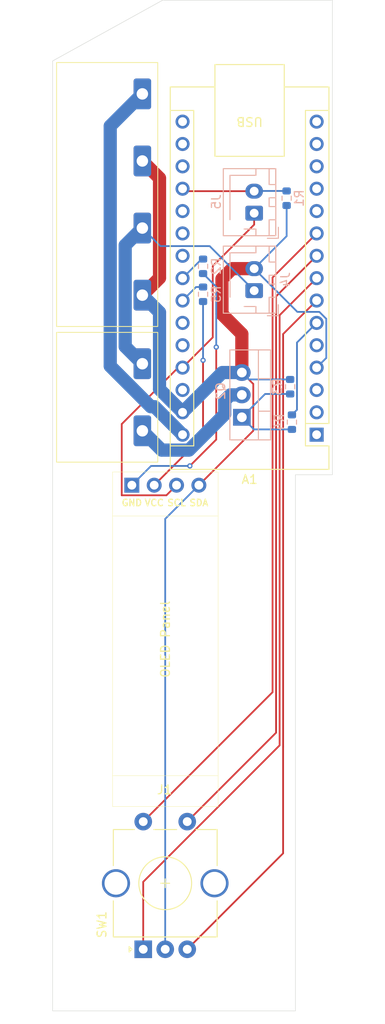
<source format=kicad_pcb>
(kicad_pcb (version 20241229) (generator "pcbnew") (generator_version "9.0")
  (layers (0 "F.Cu" signal) (2 "B.Cu" signal) (13 "F.Paste" user) (15 "B.Paste" user) (5 "F.SilkS" user "F.Silkscreen") (7 "B.SilkS" user "B.Silkscreen") (1 "F.Mask" user) (3 "B.Mask" user) (25 "Edge.Cuts" user))
  (net 0 "")
  (net 3 "GND")
  (net 5 "/Thermistor")
  (net 6 "/EC11SWA")
  (net 7 "/EC11B")
  (net 8 "/EC11SWB")
  (net 14 "+12V")
  (net 16 "/SCL")
  (net 17 "/EC11A")
  (net 19 "/Heater")
  (net 22 "/SDA")
  (net 25 "+5V")
  (net 29 "/Heater GND")
  (net 30 "Net-(Q2-G)")
  (net 31 "+24V")
  (net 32 "Net-(A1-A4)")
  (net 33 "Net-(A1-A5)")
  (footprint "KICADCustom:SSD1306-0.91-OLED-4pin-128x32" (layer "F.Cu") (at 129.215 122.685 90)
    (property "Reference" "J1" (at 1.9 5.91 0) (layer "F.SilkS"))
    (property "Value" "0.91in OLED Display")
    (fp_line (start 38 0) (end 0 0) (stroke (width 0.04)) (layer "F.SilkS"))
    (fp_line (start 33 0) (end 33 12) (stroke (width 0.04)) (layer "F.SilkS"))
    (fp_line (start 3.5 0) (end 3.5 12) (stroke (width 0.04)) (layer "F.SilkS"))
    (fp_line (start 0 0) (end 0 12) (stroke (width 0.04)) (layer "F.SilkS"))
    (fp_line (start 38 12) (end 38 0) (stroke (width 0.04)) (layer "F.SilkS"))
    (fp_line (start 0 12) (end 38 12) (stroke (width 0.04)) (layer "F.SilkS"))
    (fp_text user "VCC" (at 34.5 4.73 0) (layer "F.SilkS") (effects (font (size 0.75 0.75))))
    (fp_text user "GND" (at 34.5 2.19 0) (layer "F.SilkS") (effects (font (size 0.75 0.75))))
    (fp_text user "OLED Panel" (at 19 6 90) (layer "F.SilkS"))
    (fp_text user "SDA" (at 34.5 9.81 0) (layer "F.SilkS") (effects (font (size 0.75 0.75))))
    (fp_text user "SCL" (at 34.5 7.27 0) (layer "F.SilkS") (effects (font (size 0.75 0.75))))
    (pad "1" thru_hole rect (at 36.5 2.19 90) (size 1.7 1.7) (drill 1) (layers "*.Cu" "*.Mask") (net 22 "/SDA"))
    (pad "2" thru_hole oval (at 36.5 4.73 90) (size 1.7 1.7) (drill 1) (layers "*.Cu" "*.Mask") (net 16 "/SCL"))
    (pad "3" thru_hole oval (at 36.5 7.27 90) (size 1.7 1.7) (drill 1) (layers "*.Cu" "*.Mask") (net 25 "+5V"))
    (pad "4" thru_hole oval (at 36.5 9.81 90) (size 1.7 1.7) (drill 1) (layers "*.Cu" "*.Mask") (net 3 "GND"))
  )
  (footprint "MountingHole:MountingHole_3.2mm_M3" (layer "F.Cu") (at 146.5 142.4)
    (property "Reference" "REF**" (hide yes))
    (property "Value" "MountingHole_3.2mm_M3")
    (pad "" np_thru_hole circle (at 0 0) (size 3.2 3.2) (drill 3.2) (layers "*.Cu" "*.Mask"))
  )
  (footprint "Rotary_Encoder:RotaryEncoder_Alps_EC11E-Switch_Vertical_H20mm_CircularMountingHoles" (layer "F.Cu") (at 132.7 138.9 90)
    (property "Reference" "SW1" (at 2.8 -4.7 90) (layer "F.SilkS"))
    (property "Value" "EC11 RotaryEncoder_Switch")
    (fp_line (start 13.6 -3.4) (end 13.6 -1) (stroke (width 0.12)) (layer "F.SilkS"))
    (fp_line (start 9.5 -3.4) (end 13.6 -3.4) (stroke (width 0.12)) (layer "F.SilkS"))
    (fp_line (start 5.5 -3.4) (end 1.4 -3.4) (stroke (width 0.12)) (layer "F.SilkS"))
    (fp_line (start 1.4 -3.4) (end 1.4 8.4) (stroke (width 0.12)) (layer "F.SilkS"))
    (fp_line (start 0.3 -1.6) (end 0 -1.3) (stroke (width 0.12)) (layer "F.SilkS"))
    (fp_line (start -0.3 -1.6) (end 0.3 -1.6) (stroke (width 0.12)) (layer "F.SilkS"))
    (fp_line (start 0 -1.3) (end -0.3 -1.6) (stroke (width 0.12)) (layer "F.SilkS"))
    (fp_line (start 13.6 1.2) (end 13.6 3.8) (stroke (width 0.12)) (layer "F.SilkS"))
    (fp_line (start 7.5 2) (end 7.5 3) (stroke (width 0.12)) (layer "F.SilkS"))
    (fp_line (start 7 2.5) (end 8 2.5) (stroke (width 0.12)) (layer "F.SilkS"))
    (fp_line (start 13.6 6) (end 13.6 8.4) (stroke (width 0.12)) (layer "F.SilkS"))
    (fp_line (start 13.6 8.4) (end 9.5 8.4) (stroke (width 0.12)) (layer "F.SilkS"))
    (fp_line (start 5.5 8.4) (end 1.4 8.4) (stroke (width 0.12)) (layer "F.SilkS"))
    (fp_circle (center 7.5 2.5) (end 10.5 2.5) (stroke (width 0.12)) (fill no) (layer "F.SilkS"))
    (pad "A" thru_hole rect (at 0 0 90) (size 2 2) (drill 1) (layers "*.Cu" "*.Mask") (net 17 "/EC11A"))
    (pad "B" thru_hole circle (at 0 5 90) (size 2 2) (drill 1) (layers "*.Cu" "*.Mask") (net 7 "/EC11B"))
    (pad "C" thru_hole circle (at 0 2.5 90) (size 2 2) (drill 1) (layers "*.Cu" "*.Mask") (net 3 "GND"))
    (pad "MP" thru_hole circle (at 7.5 -3.1 90) (size 3.2 3.2) (drill 2.6) (layers "*.Cu" "*.Mask"))
    (pad "MP" thru_hole circle (at 7.5 8.1 90) (size 3.2 3.2) (drill 2.6) (layers "*.Cu" "*.Mask"))
    (pad "S1" thru_hole circle (at 14.5 5 90) (size 2 2) (drill 1) (layers "*.Cu" "*.Mask") (net 6 "/EC11SWA"))
    (pad "S2" thru_hole circle (at 14.5 0 90) (size 2 2) (drill 1) (layers "*.Cu" "*.Mask") (net 8 "/EC11SWB"))
  )
  (footprint "MountingHole:MountingHole_3.2mm_M3" (layer "F.Cu") (at 136.3 34.6)
    (property "Reference" "REF**" (hide yes))
    (property "Value" "MountingHole_3.2mm_M3")
    (pad "" np_thru_hole circle (at 0 0) (size 3.2 3.2) (drill 3.2) (layers "*.Cu" "*.Mask"))
  )
  (footprint "KICADCustom:Screw Terminal 2 Pin 7.62mmP" (layer "F.Cu") (at 132.6 72.39 -90)
    (property "Reference" "J6" (hide yes))
    (property "Value" "Screw_Terminal_01x02")
    (fp_rect (start -3.56 -1.75) (end 11.18 9.75) (stroke (width 0.1)) (fill no) (layer "F.SilkS"))
    (pad "1" thru_hole roundrect (at 0 0 270) (size 3.5 2) (drill 1.3) (layers "*.Cu" "*.Mask") (roundrect_rratio 0.15) (net 31 "+24V"))
    (pad "2" thru_hole roundrect (at 7.62 0 270) (size 3.5 2) (drill 1.3) (layers "*.Cu" "*.Mask") (roundrect_rratio 0.15) (net 29 "/Heater GND"))
  )
  (footprint "MountingHole:MountingHole_3.2mm_M3" (layer "F.Cu") (at 150.7 34.6)
    (property "Reference" "REF**" (hide yes))
    (property "Value" "MountingHole_3.2mm_M3")
    (pad "" np_thru_hole circle (at 0 0) (size 3.2 3.2) (drill 3.2) (layers "*.Cu" "*.Mask"))
  )
  (footprint "MountingHole:MountingHole_3.2mm_M3" (layer "F.Cu") (at 125.9 142.4)
    (property "Reference" "REF**" (hide yes))
    (property "Value" "MountingHole_3.2mm_M3")
    (pad "" np_thru_hole circle (at 0 0) (size 3.2 3.2) (drill 3.2) (layers "*.Cu" "*.Mask"))
  )
  (footprint "KICADCustom:Screw Terminal 4 Pin 7.62mmP" (layer "F.Cu") (at 132.6 41.74 -90)
    (property "Reference" "J2" (hide yes))
    (property "Value" "Screw_Terminal_01x04 IN")
    (fp_rect (start -3.56 -1.75) (end 26.42 9.75) (stroke (width 0.1)) (fill no) (layer "F.SilkS"))
    (pad "1" thru_hole roundrect (at 0 0 270) (size 3.5 2) (drill 1.3) (layers "*.Cu" "*.Mask") (roundrect_rratio 0.15) (net 14 "+12V"))
    (pad "2" thru_hole roundrect (at 7.62 0 270) (size 3.5 2) (drill 1.3) (layers "*.Cu" "*.Mask") (roundrect_rratio 0.15) (net 3 "GND"))
    (pad "3" thru_hole roundrect (at 15.24 0 270) (size 3.5 2) (drill 1.3) (layers "*.Cu" "*.Mask") (roundrect_rratio 0.15) (net 31 "+24V"))
    (pad "4" thru_hole roundrect (at 22.86 0 270) (size 3.5 2) (drill 1.3) (layers "*.Cu" "*.Mask") (roundrect_rratio 0.15) (net 3 "GND"))
  )
  (footprint "Module:Arduino_Nano" (layer "F.Cu") (at 152.41 80.45 180)
    (property "Reference" "A1" (at 7.62 -5.08 0) (layer "F.SilkS"))
    (property "Value" "Arduino_Nano_v3.x")
    (fp_line (start 16.64 39.5) (end 16.64 -3.94) (stroke (width 0.12)) (layer "F.SilkS"))
    (fp_line (start 16.64 39.5) (end 11.56 39.5) (stroke (width 0.12)) (layer "F.SilkS"))
    (fp_line (start 16.64 -3.94) (end -1.4 -3.94) (stroke (width 0.12)) (layer "F.SilkS"))
    (fp_line (start 13.97 36.83) (end 16.64 36.83) (stroke (width 0.12)) (layer "F.SilkS"))
    (fp_line (start 13.97 -1.27) (end 16.64 -1.27) (stroke (width 0.12)) (layer "F.SilkS"))
    (fp_line (start 13.97 -1.27) (end 13.97 36.83) (stroke (width 0.12)) (layer "F.SilkS"))
    (fp_line (start 11.56 42.04) (end 3.68 42.04) (stroke (width 0.12)) (layer "F.SilkS"))
    (fp_line (start 11.56 31.62) (end 11.56 42.04) (stroke (width 0.12)) (layer "F.SilkS"))
    (fp_line (start 3.68 42.04) (end 3.68 31.62) (stroke (width 0.12)) (layer "F.SilkS"))
    (fp_line (start 3.68 31.62) (end 11.56 31.62) (stroke (width 0.12)) (layer "F.SilkS"))
    (fp_line (start 1.27 36.83) (end -1.4 36.83) (stroke (width 0.12)) (layer "F.SilkS"))
    (fp_line (start 1.27 1.27) (end 1.27 36.83) (stroke (width 0.12)) (layer "F.SilkS"))
    (fp_line (start 1.27 1.27) (end 1.27 -1.27) (stroke (width 0.12)) (layer "F.SilkS"))
    (fp_line (start 1.27 1.27) (end -1.4 1.27) (stroke (width 0.12)) (layer "F.SilkS"))
    (fp_line (start 1.27 -1.27) (end -1.4 -1.27) (stroke (width 0.12)) (layer "F.SilkS"))
    (fp_line (start -1.4 39.5) (end 3.68 39.5) (stroke (width 0.12)) (layer "F.SilkS"))
    (fp_line (start -1.4 1.27) (end -1.4 39.5) (stroke (width 0.12)) (layer "F.SilkS"))
    (fp_line (start -1.4 -3.94) (end -1.4 -1.27) (stroke (width 0.12)) (layer "F.SilkS"))
    (fp_text user "USB" (at 7.62 35.56 180) (layer "F.SilkS"))
    (pad "1" thru_hole rect (at 0 0 180) (size 1.6 1.6) (drill 1) (layers "*.Cu" "*.Mask"))
    (pad "2" thru_hole oval (at 0 2.54 180) (size 1.6 1.6) (drill 1) (layers "*.Cu" "*.Mask"))
    (pad "3" thru_hole oval (at 0 5.08 180) (size 1.6 1.6) (drill 1) (layers "*.Cu" "*.Mask"))
    (pad "4" thru_hole oval (at 0 7.62 180) (size 1.6 1.6) (drill 1) (layers "*.Cu" "*.Mask") (net 3 "GND"))
    (pad "5" thru_hole oval (at 0 10.16 180) (size 1.6 1.6) (drill 1) (layers "*.Cu" "*.Mask"))
    (pad "6" thru_hole oval (at 0 12.7 180) (size 1.6 1.6) (drill 1) (layers "*.Cu" "*.Mask") (net 19 "/Heater"))
    (pad "7" thru_hole oval (at 0 15.24 180) (size 1.6 1.6) (drill 1) (layers "*.Cu" "*.Mask") (net 7 "/EC11B"))
    (pad "8" thru_hole oval (at 0 17.78 180) (size 1.6 1.6) (drill 1) (layers "*.Cu" "*.Mask") (net 17 "/EC11A"))
    (pad "9" thru_hole oval (at 0 20.32 180) (size 1.6 1.6) (drill 1) (layers "*.Cu" "*.Mask") (net 6 "/EC11SWA"))
    (pad "10" thru_hole oval (at 0 22.86 180) (size 1.6 1.6) (drill 1) (layers "*.Cu" "*.Mask") (net 8 "/EC11SWB"))
    (pad "11" thru_hole oval (at 0 25.4 180) (size 1.6 1.6) (drill 1) (layers "*.Cu" "*.Mask"))
    (pad "12" thru_hole oval (at 0 27.94 180) (size 1.6 1.6) (drill 1) (layers "*.Cu" "*.Mask"))
    (pad "13" thru_hole oval (at 0 30.48 180) (size 1.6 1.6) (drill 1) (layers "*.Cu" "*.Mask"))
    (pad "14" thru_hole oval (at 0 33.02 180) (size 1.6 1.6) (drill 1) (layers "*.Cu" "*.Mask"))
    (pad "15" thru_hole oval (at 0 35.56 180) (size 1.6 1.6) (drill 1) (layers "*.Cu" "*.Mask"))
    (pad "16" thru_hole oval (at 15.24 35.56 180) (size 1.6 1.6) (drill 1) (layers "*.Cu" "*.Mask"))
    (pad "17" thru_hole oval (at 15.24 33.02 180) (size 1.6 1.6) (drill 1) (layers "*.Cu" "*.Mask"))
    (pad "18" thru_hole oval (at 15.24 30.48 180) (size 1.6 1.6) (drill 1) (layers "*.Cu" "*.Mask"))
    (pad "19" thru_hole oval (at 15.24 27.94 180) (size 1.6 1.6) (drill 1) (layers "*.Cu" "*.Mask") (net 5 "/Thermistor"))
    (pad "20" thru_hole oval (at 15.24 25.4 180) (size 1.6 1.6) (drill 1) (layers "*.Cu" "*.Mask"))
    (pad "21" thru_hole oval (at 15.24 22.86 180) (size 1.6 1.6) (drill 1) (layers "*.Cu" "*.Mask"))
    (pad "22" thru_hole oval (at 15.24 20.32 180) (size 1.6 1.6) (drill 1) (layers "*.Cu" "*.Mask"))
    (pad "23" thru_hole oval (at 15.24 17.78 180) (size 1.6 1.6) (drill 1) (layers "*.Cu" "*.Mask") (net 32 "Net-(A1-A4)"))
    (pad "24" thru_hole oval (at 15.24 15.24 180) (size 1.6 1.6) (drill 1) (layers "*.Cu" "*.Mask") (net 33 "Net-(A1-A5)"))
    (pad "25" thru_hole oval (at 15.24 12.7 180) (size 1.6 1.6) (drill 1) (layers "*.Cu" "*.Mask"))
    (pad "26" thru_hole oval (at 15.24 10.16 180) (size 1.6 1.6) (drill 1) (layers "*.Cu" "*.Mask"))
    (pad "27" thru_hole oval (at 15.24 7.62 180) (size 1.6 1.6) (drill 1) (layers "*.Cu" "*.Mask") (net 25 "+5V"))
    (pad "28" thru_hole oval (at 15.24 5.08 180) (size 1.6 1.6) (drill 1) (layers "*.Cu" "*.Mask"))
    (pad "29" thru_hole oval (at 15.24 2.54 180) (size 1.6 1.6) (drill 1) (layers "*.Cu" "*.Mask") (net 3 "GND"))
    (pad "30" thru_hole oval (at 15.24 0 180) (size 1.6 1.6) (drill 1) (layers "*.Cu" "*.Mask") (net 14 "+12V"))
  )
  (footprint "Resistor_SMD:R_0603_1608Metric" (layer "B.Cu") (at 149.6 79.025 -90)
    (property "Reference" "R4" (at 0 1.43 90) (layer "B.SilkS") (effects (justify mirror)))
    (property "Value" "R220")
    (fp_line (start -0.237258 0.5225) (end 0.237258 0.5225) (stroke (width 0.12)) (layer "B.SilkS"))
    (fp_line (start -0.237258 -0.5225) (end 0.237258 -0.5225) (stroke (width 0.12)) (layer "B.SilkS"))
    (pad "1" smd roundrect (at -0.825 0 270) (size 0.8 0.95) (layers "B.Cu" "B.Mask" "B.Paste") (net 19 "/Heater"))
    (pad "2" smd roundrect (at 0.825 0 270) (size 0.8 0.95) (layers "B.Cu" "B.Mask" "B.Paste") (net 30 "Net-(Q2-G)"))
  )
  (footprint "Resistor_SMD:R_0603_1608Metric" (layer "B.Cu") (at 139.5 61.325 -90)
    (property "Reference" "R2" (at 0 -1.5 270) (layer "B.SilkS") (effects (justify mirror)))
    (property "Value" "4.7K")
    (fp_line (start -0.237258 0.5225) (end 0.237258 0.5225) (stroke (width 0.12)) (layer "B.SilkS"))
    (fp_line (start -0.237258 -0.5225) (end 0.237258 -0.5225) (stroke (width 0.12)) (layer "B.SilkS"))
    (pad "1" smd roundrect (at -0.825 0 270) (size 0.8 0.95) (layers "B.Cu" "B.Mask" "B.Paste") (net 32 "Net-(A1-A4)"))
    (pad "2" smd roundrect (at 0.825 0 270) (size 0.8 0.95) (layers "B.Cu" "B.Mask" "B.Paste") (net 22 "/SDA"))
  )
  (footprint "Package_TO_SOT_THT:TO-220-3_Vertical" (layer "B.Cu") (at 143.91 78.47 90)
    (property "Reference" "Q2" (at 2.97 -2.41 90) (layer "B.SilkS") (effects (justify mirror)))
    (property "Value" "IRLZ34N")
    (fp_line (start -2.57 -1.36) (end 7.65 -1.36) (stroke (width 0.12)) (layer "B.SilkS"))
    (fp_line (start -2.57 1.88) (end 7.65 1.88) (stroke (width 0.12)) (layer "B.SilkS"))
    (fp_line (start 7.65 3.26) (end 7.65 -1.36) (stroke (width 0.12)) (layer "B.SilkS"))
    (fp_line (start 4.39 3.26) (end 4.39 1.88) (stroke (width 0.12)) (layer "B.SilkS"))
    (fp_line (start 0.69 3.26) (end 0.69 1.88) (stroke (width 0.12)) (layer "B.SilkS"))
    (fp_line (start -2.57 3.26) (end -2.57 -1.36) (stroke (width 0.12)) (layer "B.SilkS"))
    (fp_line (start -2.57 3.26) (end 7.65 3.26) (stroke (width 0.12)) (layer "B.SilkS"))
    (pad "1" thru_hole rect (at 0 0 90) (size 1.905 2) (drill 1.1) (layers "*.Cu" "*.Mask") (net 30 "Net-(Q2-G)"))
    (pad "2" thru_hole oval (at 2.54 0 90) (size 1.905 2) (drill 1.1) (layers "*.Cu" "*.Mask") (net 29 "/Heater GND"))
    (pad "3" thru_hole oval (at 5.08 0 90) (size 1.905 2) (drill 1.1) (layers "*.Cu" "*.Mask") (net 3 "GND"))
  )
  (footprint "Resistor_SMD:R_0603_1608Metric" (layer "B.Cu") (at 149 53.59 90)
    (property "Reference" "R1" (at 0 1.43 270) (layer "B.SilkS") (effects (justify mirror)))
    (property "Value" "R100k")
    (fp_line (start -0.237258 -0.5225) (end 0.237258 -0.5225) (stroke (width 0.12)) (layer "B.SilkS"))
    (fp_line (start -0.237258 0.5225) (end 0.237258 0.5225) (stroke (width 0.12)) (layer "B.SilkS"))
    (pad "1" smd roundrect (at -0.825 0 90) (size 0.8 0.95) (layers "B.Cu" "B.Mask" "B.Paste") (net 3 "GND"))
    (pad "2" smd roundrect (at 0.825 0 90) (size 0.8 0.95) (layers "B.Cu" "B.Mask" "B.Paste") (net 5 "/Thermistor"))
  )
  (footprint "Resistor_SMD:R_0603_1608Metric" (layer "B.Cu") (at 149.4 75 -90)
    (property "Reference" "R3" (at 0 1.43 90) (layer "B.SilkS") (effects (justify mirror)))
    (property "Value" "R10k")
    (fp_line (start -0.237258 0.5225) (end 0.237258 0.5225) (stroke (width 0.12)) (layer "B.SilkS"))
    (fp_line (start -0.237258 -0.5225) (end 0.237258 -0.5225) (stroke (width 0.12)) (layer "B.SilkS"))
    (pad "1" smd roundrect (at -0.825 0 270) (size 0.8 0.95) (layers "B.Cu" "B.Mask" "B.Paste") (net 3 "GND"))
    (pad "2" smd roundrect (at 0.825 0 270) (size 0.8 0.95) (layers "B.Cu" "B.Mask" "B.Paste") (net 30 "Net-(Q2-G)"))
  )
  (footprint "Connector_JST:JST_XH_B2B-XH-AM_1x02_P2.50mm_Vertical" (layer "B.Cu") (at 145.31 64.09 90)
    (property "Reference" "J4" (at 1.25 3.55 90) (layer "B.SilkS") (effects (justify mirror)))
    (property "Value" "24V Fan")
    (fp_line (start 5.06 -3.51) (end 5.06 2.46) (stroke (width 0.12)) (layer "B.SilkS"))
    (fp_line (start -2.56 -3.51) (end 5.06 -3.51) (stroke (width 0.12)) (layer "B.SilkS"))
    (fp_line (start 4.3 -2.75) (end 1.25 -2.75) (stroke (width 0.12)) (layer "B.SilkS"))
    (fp_line (start 1.25 -2.75) (end -0.74 -2.75) (stroke (width 0.12)) (layer "B.SilkS"))
    (fp_line (start 5.05 0.2) (end 4.3 0.2) (stroke (width 0.12)) (layer "B.SilkS"))
    (fp_line (start 4.3 0.2) (end 4.3 -2.75) (stroke (width 0.12)) (layer "B.SilkS"))
    (fp_line (start -1.8 0.2) (end -1.8 -1.14) (stroke (width 0.12)) (layer "B.SilkS"))
    (fp_line (start -2.55 0.2) (end -1.8 0.2) (stroke (width 0.12)) (layer "B.SilkS"))
    (fp_line (start 5.05 1.7) (end 5.05 2.45) (stroke (width 0.12)) (layer "B.SilkS"))
    (fp_line (start 3.25 1.7) (end 5.05 1.7) (stroke (width 0.12)) (layer "B.SilkS"))
    (fp_line (start 1.75 1.7) (end 1.75 2.45) (stroke (width 0.12)) (layer "B.SilkS"))
    (fp_line (start 0.75 1.7) (end 1.75 1.7) (stroke (width 0.12)) (layer "B.SilkS"))
    (fp_line (start -0.75 1.7) (end -0.75 2.45) (stroke (width 0.12)) (layer "B.SilkS"))
    (fp_line (start -2.55 1.7) (end -0.75 1.7) (stroke (width 0.12)) (layer "B.SilkS"))
    (fp_line (start 5.05 2.45) (end 3.25 2.45) (stroke (width 0.12)) (layer "B.SilkS"))
    (fp_line (start 3.25 2.45) (end 3.25 1.7) (stroke (width 0.12)) (layer "B.SilkS"))
    (fp_line (start 1.75 2.45) (end 0.75 2.45) (stroke (width 0.12)) (layer "B.SilkS"))
    (fp_line (start 0.75 2.45) (end 0.75 1.7) (stroke (width 0.12)) (layer "B.SilkS"))
    (fp_line (start -0.75 2.45) (end -2.55 2.45) (stroke (width 0.12)) (layer "B.SilkS"))
    (fp_line (start -2.55 2.45) (end -2.55 1.7) (stroke (width 0.12)) (layer "B.SilkS"))
    (fp_line (start 5.06 2.46) (end -2.56 2.46) (stroke (width 0.12)) (layer "B.SilkS"))
    (fp_line (start -2.56 2.46) (end -2.56 -3.51) (stroke (width 0.12)) (layer "B.SilkS"))
    (fp_line (start -1.6 2.75) (end -2.85 2.75) (stroke (width 0.12)) (layer "B.SilkS"))
    (fp_line (start -2.85 2.75) (end -2.85 1.5) (stroke (width 0.12)) (layer "B.SilkS"))
    (pad "" np_thru_hole circle (at -1.6 -2 90) (size 1.2 1.2) (drill 1.2) (layers "*.Cu" "*.Mask"))
    (pad "1" thru_hole roundrect (at 0 0 90) (size 1.7 2) (drill 1) (layers "*.Cu" "*.Mask") (roundrect_rratio 0.147059) (net 31 "+24V"))
    (pad "2" thru_hole oval (at 2.5 0 90) (size 1.7 2) (drill 1) (layers "*.Cu" "*.Mask") (net 3 "GND"))
  )
  (footprint "Connector_JST:JST_XH_B2B-XH-AM_1x02_P2.50mm_Vertical" (layer "B.Cu") (at 145.31 55.29 90)
    (property "Reference" "J5" (at 1.29 -4.31 90) (layer "B.SilkS") (effects (justify mirror)))
    (property "Value" "Thermistor")
    (fp_line (start 5.06 -3.51) (end 5.06 2.46) (stroke (width 0.12)) (layer "B.SilkS"))
    (fp_line (start -2.56 -3.51) (end 5.06 -3.51) (stroke (width 0.12)) (layer "B.SilkS"))
    (fp_line (start 4.3 -2.75) (end 1.25 -2.75) (stroke (width 0.12)) (layer "B.SilkS"))
    (fp_line (start 1.25 -2.75) (end -0.74 -2.75) (stroke (width 0.12)) (layer "B.SilkS"))
    (fp_line (start 5.05 0.2) (end 4.3 0.2) (stroke (width 0.12)) (layer "B.SilkS"))
    (fp_line (start 4.3 0.2) (end 4.3 -2.75) (stroke (width 0.12)) (layer "B.SilkS"))
    (fp_line (start -1.8 0.2) (end -1.8 -1.14) (stroke (width 0.12)) (layer "B.SilkS"))
    (fp_line (start -2.55 0.2) (end -1.8 0.2) (stroke (width 0.12)) (layer "B.SilkS"))
    (fp_line (start 5.05 1.7) (end 5.05 2.45) (stroke (width 0.12)) (layer "B.SilkS"))
    (fp_line (start 3.25 1.7) (end 5.05 1.7) (stroke (width 0.12)) (layer "B.SilkS"))
    (fp_line (start 1.75 1.7) (end 1.75 2.45) (stroke (width 0.12)) (layer "B.SilkS"))
    (fp_line (start 0.75 1.7) (end 1.75 1.7) (stroke (width 0.12)) (layer "B.SilkS"))
    (fp_line (start -0.75 1.7) (end -0.75 2.45) (stroke (width 0.12)) (layer "B.SilkS"))
    (fp_line (start -2.55 1.7) (end -0.75 1.7) (stroke (width 0.12)) (layer "B.SilkS"))
    (fp_line (start 5.05 2.45) (end 3.25 2.45) (stroke (width 0.12)) (layer "B.SilkS"))
    (fp_line (start 3.25 2.45) (end 3.25 1.7) (stroke (width 0.12)) (layer "B.SilkS"))
    (fp_line (start 1.75 2.45) (end 0.75 2.45) (stroke (width 0.12)) (layer "B.SilkS"))
    (fp_line (start 0.75 2.45) (end 0.75 1.7) (stroke (width 0.12)) (layer "B.SilkS"))
    (fp_line (start -0.75 2.45) (end -2.55 2.45) (stroke (width 0.12)) (layer "B.SilkS"))
    (fp_line (start -2.55 2.45) (end -2.55 1.7) (stroke (width 0.12)) (layer "B.SilkS"))
    (fp_line (start 5.06 2.46) (end -2.56 2.46) (stroke (width 0.12)) (layer "B.SilkS"))
    (fp_line (start -2.56 2.46) (end -2.56 -3.51) (stroke (width 0.12)) (layer "B.SilkS"))
    (fp_line (start -1.6 2.75) (end -2.85 2.75) (stroke (width 0.12)) (layer "B.SilkS"))
    (fp_line (start -2.85 2.75) (end -2.85 1.5) (stroke (width 0.12)) (layer "B.SilkS"))
    (pad "" np_thru_hole circle (at -1.6 -2 90) (size 1.2 1.2) (drill 1.2) (layers "*.Cu" "*.Mask"))
    (pad "1" thru_hole roundrect (at 0 0 90) (size 1.7 2) (drill 1) (layers "*.Cu" "*.Mask") (roundrect_rratio 0.147059) (net 25 "+5V"))
    (pad "2" thru_hole oval (at 2.5 0 90) (size 1.7 2) (drill 1) (layers "*.Cu" "*.Mask") (net 5 "/Thermistor"))
  )
  (footprint "Resistor_SMD:R_0603_1608Metric" (layer "B.Cu") (at 139.5 64.5 -90)
    (property "Reference" "R5" (at 0 -1.5 270) (layer "B.SilkS") (effects (justify mirror)))
    (property "Value" "4.7K")
    (fp_line (start -0.237258 0.5225) (end 0.237258 0.5225) (stroke (width 0.12)) (layer "B.SilkS"))
    (fp_line (start -0.237258 -0.5225) (end 0.237258 -0.5225) (stroke (width 0.12)) (layer "B.SilkS"))
    (pad "1" smd roundrect (at -0.825 0 270) (size 0.8 0.95) (layers "B.Cu" "B.Mask" "B.Paste") (net 33 "Net-(A1-A5)"))
    (pad "2" smd roundrect (at 0.825 0 270) (size 0.8 0.95) (layers "B.Cu" "B.Mask" "B.Paste") (net 16 "/SCL"))
  )
  (gr_poly (pts (xy 122.4 145.9) (xy 122.4 38) (xy 134.9 31.1) (xy 154.2 31.1) (xy 154.2 85) (xy 150 85) (xy 150 145.9)) (stroke (width 0.05)) (fill no) (layer "Edge.Cuts"))
  (segment (start 145.211 74.691) (end 143.91 73.39) (width 0.2) (layer "F.Cu") (net 3))
  (segment (start 134.551 62.649) (end 132.6 64.6) (width 1.5) (layer "F.Cu") (net 3))
  (segment (start 143.91 73.39) (end 143.91 69.01) (width 1.5) (layer "F.Cu") (net 3))
  (segment (start 132.6 49.36) (end 134.551 51.311) (width 1.5) (layer "F.Cu") (net 3))
  (segment (start 141.651 62.749) (end 142.81 61.59) (width 1.5) (layer "F.Cu") (net 3))
  (segment (start 143.91 69.01) (end 141.651 66.751) (width 1.5) (layer "F.Cu") (net 3))
  (segment (start 142.81 61.59) (end 145.31 61.59) (width 1.5) (layer "F.Cu") (net 3))
  (segment (start 134.551 51.311) (end 134.551 62.649) (width 1.5) (layer "F.Cu") (net 3))
  (segment (start 139.025 86.185) (end 145.211 79.999) (width 0.2) (layer "F.Cu") (net 3))
  (segment (start 145.211 79.999) (end 145.211 74.691) (width 0.2) (layer "F.Cu") (net 3))
  (segment (start 141.651 66.751) (end 141.651 62.749) (width 1.5) (layer "F.Cu") (net 3))
  (segment (start 135.2 90.01) (end 139.025 86.185) (width 0.2) (layer "B.Cu") (net 3))
  (segment (start 149 57.9) (end 145.31 61.59) (width 0.2) (layer "B.Cu") (net 3))
  (segment (start 134.551 75.291) (end 137.17 77.91) (width 1.5) (layer "B.Cu") (net 3))
  (segment (start 153.511 71.729) (end 153.511 67.29395) (width 0.2) (layer "B.Cu") (net 3))
  (segment (start 149 54.415) (end 149 57.9) (width 0.2) (layer "B.Cu") (net 3))
  (segment (start 137.17 77.91) (end 141.69 73.39) (width 1.5) (layer "B.Cu") (net 3))
  (segment (start 152.71705 66.5) (end 150.22 66.5) (width 0.2) (layer "B.Cu") (net 3))
  (segment (start 134.551 66.551) (end 134.551 75.291) (width 1.5) (layer "B.Cu") (net 3))
  (segment (start 132.6 64.6) (end 134.551 66.551) (width 1.5) (layer "B.Cu") (net 3))
  (segment (start 150.22 66.5) (end 145.31 61.59) (width 0.2) (layer "B.Cu") (net 3))
  (segment (start 153.511 67.29395) (end 152.71705 66.5) (width 0.2) (layer "B.Cu") (net 3))
  (segment (start 135.2 138.9) (end 135.2 90.01) (width 0.2) (layer "B.Cu") (net 3))
  (segment (start 152.41 72.83) (end 153.511 71.729) (width 0.2) (layer "B.Cu") (net 3))
  (segment (start 149.4 74.175) (end 144.695 74.175) (width 0.2) (layer "B.Cu") (net 3))
  (segment (start 141.69 73.39) (end 143.91 73.39) (width 1.5) (layer "B.Cu") (net 3))
  (segment (start 144.695 74.175) (end 143.91 73.39) (width 0.2) (layer "B.Cu") (net 3))
  (segment (start 145.31 52.79) (end 137.45 52.79) (width 0.2) (layer "F.Cu") (net 5))
  (segment (start 137.45 52.79) (end 137.17 52.51) (width 0.2) (layer "F.Cu") (net 5))
  (segment (start 149 52.765) (end 145.335 52.765) (width 0.2) (layer "B.Cu") (net 5))
  (segment (start 145.335 52.765) (end 145.31 52.79) (width 0.2) (layer "B.Cu") (net 5))
  (segment (start 147.801 64.739) (end 152.41 60.13) (width 0.2) (layer "F.Cu") (net 6))
  (segment (start 147.801 114.299) (end 147.801 64.739) (width 0.2) (layer "F.Cu") (net 6))
  (segment (start 137.7 124.4) (end 147.801 114.299) (width 0.2) (layer "F.Cu") (net 6))
  (segment (start 137.7 138.9) (end 148.6 128) (width 0.2) (layer "F.Cu") (net 7))
  (segment (start 148.6 115.906992) (end 148.603 115.903992) (width 0.2) (layer "F.Cu") (net 7))
  (segment (start 148.6 128) (end 148.6 115.906992) (width 0.2) (layer "F.Cu") (net 7))
  (segment (start 148.603 115.903992) (end 148.603 69.017) (width 0.2) (layer "F.Cu") (net 7))
  (segment (start 148.603 69.017) (end 152.41 65.21) (width 0.2) (layer "F.Cu") (net 7))
  (segment (start 132.7 124.4) (end 147.4 109.7) (width 0.2) (layer "F.Cu") (net 8))
  (segment (start 147.4 62.6) (end 152.41 57.59) (width 0.2) (layer "F.Cu") (net 8))
  (segment (start 147.4 109.7) (end 147.4 62.6) (width 0.2) (layer "F.Cu") (net 8))
  (segment (start 128.948 45.392) (end 128.948 72.657182) (width 1.5) (layer "B.Cu") (net 14))
  (segment (start 133.992789 77.272789) (end 137.17 80.45) (width 1.5) (layer "B.Cu") (net 14))
  (segment (start 132.6 41.74) (end 128.948 45.392) (width 1.5) (layer "B.Cu") (net 14))
  (segment (start 128.948 72.657182) (end 133.563607 77.272789) (width 1.5) (layer "B.Cu") (net 14))
  (segment (start 133.563607 77.272789) (end 133.992789 77.272789) (width 1.5) (layer "B.Cu") (net 14))
  (segment (start 139.5 80.63) (end 139.5 72) (width 0.2) (layer "F.Cu") (net 16))
  (segment (start 133.945 86.185) (end 139.5 80.63) (width 0.2) (layer "F.Cu") (net 16))
  (via (at 139.5 72) (size 0.6) (drill 0.3) (layers "F.Cu" "B.Cu") (net 16))
  (segment (start 139.5 72) (end 139.5 65.325) (width 0.2) (layer "B.Cu") (net 16))
  (segment (start 132.7 138.9) (end 132.7 131.239892) (width 0.2) (layer "F.Cu") (net 17))
  (segment (start 148.202 115.737892) (end 148.202 66.878) (width 0.2) (layer "F.Cu") (net 17))
  (segment (start 148.202 66.878) (end 152.41 62.67) (width 0.2) (layer "F.Cu") (net 17))
  (segment (start 132.7 131.239892) (end 148.202 115.737892) (width 0.2) (layer "F.Cu") (net 17))
  (segment (start 150.176 77.624) (end 150.176 69.984) (width 0.2) (layer "B.Cu") (net 19))
  (segment (start 150.176 69.984) (end 152.41 67.75) (width 0.2) (layer "B.Cu") (net 19))
  (segment (start 149.6 78.2) (end 150.176 77.624) (width 0.2) (layer "B.Cu") (net 19))
  (segment (start 141 80.999999) (end 138 83.999999) (width 0.2) (layer "F.Cu") (net 22))
  (segment (start 138 83.999999) (end 138 84) (width 0.2) (layer "F.Cu") (net 22))
  (segment (start 141 70.5) (end 141 80.999999) (width 0.2) (layer "F.Cu") (net 22))
  (via (at 141 70.5) (size 0.6) (drill 0.3) (layers "F.Cu" "B.Cu") (net 22))
  (via (at 138 84) (size 0.6) (drill 0.3) (layers "F.Cu" "B.Cu") (net 22))
  (segment (start 133.59 84) (end 131.405 86.185) (width 0.2) (layer "B.Cu") (net 22))
  (segment (start 141 63.65) (end 139.5 62.15) (width 0.2) (layer "B.Cu") (net 22))
  (segment (start 138 84) (end 133.59 84) (width 0.2) (layer "B.Cu") (net 22))
  (segment (start 141 70.5) (end 141 63.65) (width 0.2) (layer "B.Cu") (net 22))
  (segment (start 140.6 61.3) (end 140.6 69.4) (width 0.2) (layer "F.Cu") (net 25))
  (segment (start 140.6 69.4) (end 137.17 72.83) (width 0.2) (layer "F.Cu") (net 25))
  (segment (start 130.254 87.336) (end 130.254 79.246) (width 0.2) (layer "F.Cu") (net 25))
  (segment (start 145.31 56.59) (end 140.6 61.3) (width 0.2) (layer "F.Cu") (net 25))
  (segment (start 135.334 87.336) (end 130.254 87.336) (width 0.2) (layer "F.Cu") (net 25))
  (segment (start 136.485 86.185) (end 135.334 87.336) (width 0.2) (layer "F.Cu") (net 25))
  (segment (start 130.254 79.246) (end 136.67 72.83) (width 0.2) (layer "F.Cu") (net 25))
  (segment (start 136.67 72.83) (end 137.17 72.83) (width 0.2) (layer "F.Cu") (net 25))
  (segment (start 145.31 55.29) (end 145.31 56.59) (width 0.2) (layer "F.Cu") (net 25))
  (segment (start 141.959 78.137288) (end 141.959 76.5665) (width 1.5) (layer "B.Cu") (net 29))
  (segment (start 132.6 80.01) (end 134.791 82.201) (width 1.5) (layer "B.Cu") (net 29))
  (segment (start 141.959 76.5665) (end 142.5955 75.93) (width 1.5) (layer "B.Cu") (net 29))
  (segment (start 137.895288 82.201) (end 141.959 78.137288) (width 1.5) (layer "B.Cu") (net 29))
  (segment (start 134.791 82.201) (end 137.895288 82.201) (width 1.5) (layer "B.Cu") (net 29))
  (segment (start 142.5955 75.93) (end 143.91 75.93) (width 1.5) (layer "B.Cu") (net 29))
  (segment (start 149.4 75.825) (end 146.555 75.825) (width 0.2) (layer "B.Cu") (net 30))
  (segment (start 145.29 79.85) (end 143.91 78.47) (width 0.2) (layer "B.Cu") (net 30))
  (segment (start 149.6 79.85) (end 145.29 79.85) (width 0.2) (layer "B.Cu") (net 30))
  (segment (start 146.555 75.825) (end 143.91 78.47) (width 0.2) (layer "B.Cu") (net 30))
  (segment (start 145.31 64.09) (end 140.249 59.029) (width 0.2) (layer "B.Cu") (net 31))
  (segment (start 130.649 70.439) (end 130.649 58.931) (width 1.5) (layer "B.Cu") (net 31))
  (segment (start 134.649 59.029) (end 132.6 56.98) (width 0.2) (layer "B.Cu") (net 31))
  (segment (start 130.649 58.931) (end 132.6 56.98) (width 1.5) (layer "B.Cu") (net 31))
  (segment (start 140.249 59.029) (end 134.649 59.029) (width 0.2) (layer "B.Cu") (net 31))
  (segment (start 132.6 72.39) (end 130.649 70.439) (width 1.5) (layer "B.Cu") (net 31))
  (segment (start 139.5 60.5) (end 139.34 60.5) (width 0.2) (layer "B.Cu") (net 32))
  (segment (start 139.34 60.5) (end 137.17 62.67) (width 0.2) (layer "B.Cu") (net 32))
  (segment (start 139.5 63.675) (end 138.705 63.675) (width 0.2) (layer "B.Cu") (net 33))
  (segment (start 138.705 63.675) (end 137.17 65.21) (width 0.2) (layer "B.Cu") (net 33))
)
</source>
